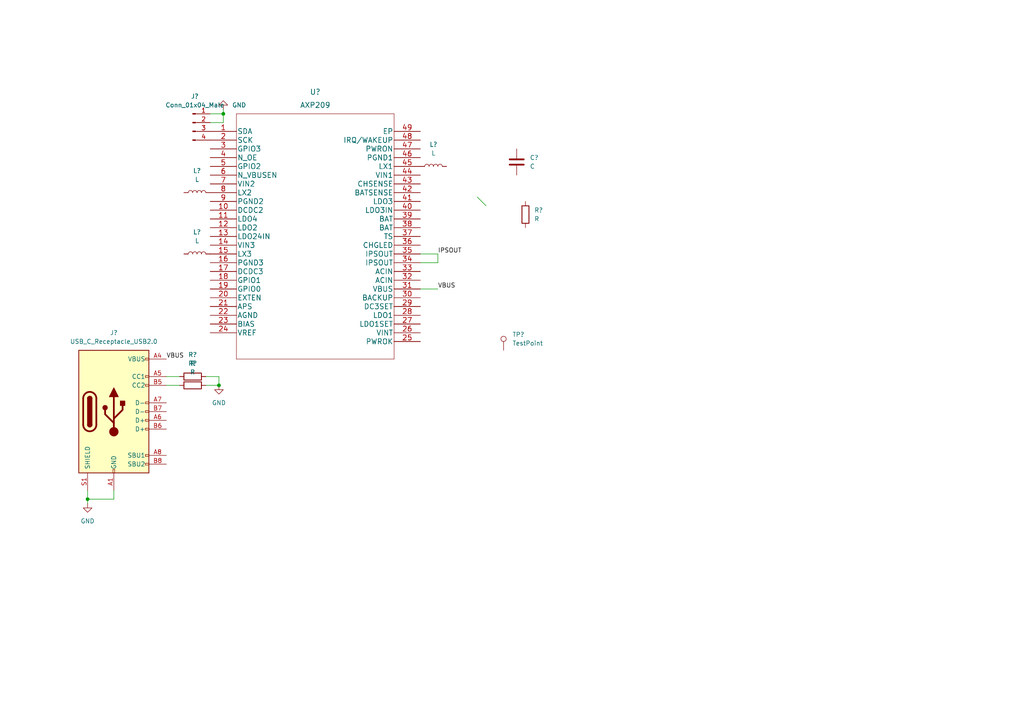
<source format=kicad_sch>
(kicad_sch (version 20211123) (generator eeschema)
  (paper "A4")
  (lib_symbols
    (symbol "Connector:Conn_01x04_Male" (pin_names (offset 1.016) hide)
      (property "Reference" "J" (at 0 5.08 0))
      (property "Value" "Conn_01x04_Male" (at 0 -7.62 0))
      (symbol "Conn_01x04_Male_1_1"
        (polyline (pts (xy 1.27 -5.08) (xy 0.8636 -5.08)) (stroke (width 0.1524)))
        (polyline (pts (xy 1.27 -2.54) (xy 0.8636 -2.54)) (stroke (width 0.1524)))
        (polyline (pts (xy 1.27 0) (xy 0.8636 0)) (stroke (width 0.1524)))
        (polyline (pts (xy 1.27 2.54) (xy 0.8636 2.54)) (stroke (width 0.1524)))
        (rectangle (start 0.8636 -4.953) (end 0 -5.207) (stroke (width 0.1524)) (fill (type outline)))
        (rectangle (start 0.8636 -2.413) (end 0 -2.667) (stroke (width 0.1524)) (fill (type outline)))
        (rectangle (start 0.8636 0.127) (end 0 -0.127) (stroke (width 0.1524)) (fill (type outline)))
        (rectangle (start 0.8636 2.667) (end 0 2.413) (stroke (width 0.1524)) (fill (type outline)))
        (pin passive line (at 5.08 2.54 180) (length 3.81) (name "Pin_1") (number "1"))
        (pin passive line (at 5.08 0 180) (length 3.81) (name "Pin_2") (number "2"))
        (pin passive line (at 5.08 -2.54 180) (length 3.81) (name "Pin_3") (number "3"))
        (pin passive line (at 5.08 -5.08 180) (length 3.81) (name "Pin_4") (number "4"))
      )
    )
    (symbol "Connector:TestPoint" (pin_numbers hide) (pin_names (offset 0.762) hide)
      (property "Reference" "TP" (at 0 6.858 0))
      (property "Value" "TestPoint" (at 0 5.08 0))
      (symbol "TestPoint_0_1"
        (circle (center 0 3.302) (radius 0.762))
      )
      (symbol "TestPoint_1_1"
        (pin passive line (at 0 0 90) (length 2.54) (name "1") (number "1"))
      )
    )
    (symbol "Connector:USB_C_Receptacle_USB2.0" (pin_names (offset 1.016))
      (property "Reference" "J" (at -10.16 19.05 0))
      (property "Value" "USB_C_Receptacle_USB2.0" (at 19.05 19.05 0))
      (symbol "USB_C_Receptacle_USB2.0_0_0"
        (rectangle (start -0.254 -17.78) (end 0.254 -16.764))
        (rectangle (start 10.16 -14.986) (end 9.144 -15.494))
        (rectangle (start 10.16 -12.446) (end 9.144 -12.954))
        (rectangle (start 10.16 -4.826) (end 9.144 -5.334))
        (rectangle (start 10.16 -2.286) (end 9.144 -2.794))
        (rectangle (start 10.16 0.254) (end 9.144 -0.254))
        (rectangle (start 10.16 2.794) (end 9.144 2.286))
        (rectangle (start 10.16 7.874) (end 9.144 7.366))
        (rectangle (start 10.16 10.414) (end 9.144 9.906))
        (rectangle (start 10.16 15.494) (end 9.144 14.986))
      )
      (symbol "USB_C_Receptacle_USB2.0_0_1"
        (rectangle (start -10.16 17.78) (end 10.16 -17.78) (stroke (width 0.254)) (fill (type background)))
        (arc (start -8.89 -3.81) (mid -6.985 -5.715) (end -5.08 -3.81) (stroke (width 0.508)))
        (arc (start -7.62 -3.81) (mid -6.985 -4.445) (end -6.35 -3.81) (stroke (width 0.254)))
        (arc (start -7.62 -3.81) (mid -6.985 -4.445) (end -6.35 -3.81) (stroke (width 0.254)) (fill (type outline)))
        (rectangle (start -7.62 -3.81) (end -6.35 3.81) (stroke (width 0.254)) (fill (type outline)))
        (arc (start -6.35 3.81) (mid -6.985 4.445) (end -7.62 3.81) (stroke (width 0.254)))
        (arc (start -6.35 3.81) (mid -6.985 4.445) (end -7.62 3.81) (stroke (width 0.254)) (fill (type outline)))
        (arc (start -5.08 3.81) (mid -6.985 5.715) (end -8.89 3.81) (stroke (width 0.508)))
        (circle (center -2.54 1.143) (radius 0.635) (stroke (width 0.254)) (fill (type outline)))
        (circle (center 0 -5.842) (radius 1.27) (fill (type outline)))
        (polyline (pts (xy -8.89 -3.81) (xy -8.89 3.81)) (stroke (width 0.508)))
        (polyline (pts (xy -5.08 3.81) (xy -5.08 -3.81)) (stroke (width 0.508)))
        (polyline (pts (xy 0 -5.842) (xy 0 4.318)) (stroke (width 0.508)))
        (polyline (pts (xy 0 -3.302) (xy -2.54 -0.762) (xy -2.54 0.508)) (stroke (width 0.508)))
        (polyline (pts (xy 0 -2.032) (xy 2.54 0.508) (xy 2.54 1.778)) (stroke (width 0.508)))
        (polyline (pts (xy -1.27 4.318) (xy 0 6.858) (xy 1.27 4.318) (xy -1.27 4.318)) (stroke (width 0.254)) (fill (type outline)))
        (rectangle (start 1.905 1.778) (end 3.175 3.048) (stroke (width 0.254)) (fill (type outline)))
      )
      (symbol "USB_C_Receptacle_USB2.0_1_1"
        (pin passive line (at 0 -22.86 90) (length 5.08) (name "GND") (number "A1"))
        (pin passive line (at 0 -22.86 90) (length 5.08) hide (name "GND") (number "A12"))
        (pin passive line (at 15.24 15.24 180) (length 5.08) (name "VBUS") (number "A4"))
        (pin bidirectional line (at 15.24 10.16 180) (length 5.08) (name "CC1") (number "A5"))
        (pin bidirectional line (at 15.24 -2.54 180) (length 5.08) (name "D+") (number "A6"))
        (pin bidirectional line (at 15.24 2.54 180) (length 5.08) (name "D-") (number "A7"))
        (pin bidirectional line (at 15.24 -12.7 180) (length 5.08) (name "SBU1") (number "A8"))
        (pin passive line (at 15.24 15.24 180) (length 5.08) hide (name "VBUS") (number "A9"))
        (pin passive line (at 0 -22.86 90) (length 5.08) hide (name "GND") (number "B1"))
        (pin passive line (at 0 -22.86 90) (length 5.08) hide (name "GND") (number "B12"))
        (pin passive line (at 15.24 15.24 180) (length 5.08) hide (name "VBUS") (number "B4"))
        (pin bidirectional line (at 15.24 7.62 180) (length 5.08) (name "CC2") (number "B5"))
        (pin bidirectional line (at 15.24 -5.08 180) (length 5.08) (name "D+") (number "B6"))
        (pin bidirectional line (at 15.24 0 180) (length 5.08) (name "D-") (number "B7"))
        (pin bidirectional line (at 15.24 -15.24 180) (length 5.08) (name "SBU2") (number "B8"))
        (pin passive line (at 15.24 15.24 180) (length 5.08) hide (name "VBUS") (number "B9"))
        (pin passive line (at -7.62 -22.86 90) (length 5.08) (name "SHIELD") (number "S1"))
      )
    )
    (symbol "Device:C" (pin_numbers hide) (pin_names (offset 0.254))
      (property "Reference" "C" (at 0.635 2.54 0))
      (property "Value" "C" (at 0.635 -2.54 0))
      (symbol "C_0_1"
        (polyline (pts (xy -2.032 -0.762) (xy 2.032 -0.762)) (stroke (width 0.508)))
        (polyline (pts (xy -2.032 0.762) (xy 2.032 0.762)) (stroke (width 0.508)))
      )
      (symbol "C_1_1"
        (pin passive line (at 0 3.81 270) (length 2.794) (name "~") (number "1"))
        (pin passive line (at 0 -3.81 90) (length 2.794) (name "~") (number "2"))
      )
    )
    (symbol "Device:L" (pin_numbers hide) (pin_names (offset 1.016) hide)
      (property "Reference" "L" (at -1.27 0 90))
      (property "Value" "L" (at 1.905 0 90))
      (symbol "L_0_1"
        (arc (start 0 -2.54) (mid 0.635 -1.905) (end 0 -1.27))
        (arc (start 0 -1.27) (mid 0.635 -0.635) (end 0 0))
        (arc (start 0 0) (mid 0.635 0.635) (end 0 1.27))
        (arc (start 0 1.27) (mid 0.635 1.905) (end 0 2.54))
      )
      (symbol "L_1_1"
        (pin passive line (at 0 3.81 270) (length 1.27) (name "1") (number "1"))
        (pin passive line (at 0 -3.81 90) (length 1.27) (name "2") (number "2"))
      )
    )
    (symbol "Device:R" (pin_numbers hide) (pin_names (offset 0))
      (property "Reference" "R" (at 2.032 0 90))
      (property "Value" "R" (at 0 0 90))
      (symbol "R_0_1"
        (rectangle (start -1.016 -2.54) (end 1.016 2.54) (stroke (width 0.254)))
      )
      (symbol "R_1_1"
        (pin passive line (at 0 3.81 270) (length 1.27) (name "~") (number "1"))
        (pin passive line (at 0 -3.81 90) (length 1.27) (name "~") (number "2"))
      )
    )
    (symbol "jlywxy:AXP209" (pin_names (offset 0.254))
      (property "Reference" "U" (at 30.48 10.16 0))
      (property "Value" "AXP209" (at 30.48 7.62 0))
      (symbol "AXP209_1_1"
        (polyline (pts (xy 7.62 -66.04) (xy 53.34 -66.04)) (stroke (width 0.127)))
        (polyline (pts (xy 7.62 5.08) (xy 7.62 -66.04)) (stroke (width 0.127)))
        (polyline (pts (xy 53.34 -66.04) (xy 53.34 5.08)) (stroke (width 0.127)))
        (polyline (pts (xy 53.34 5.08) (xy 7.62 5.08)) (stroke (width 0.127)))
        (pin bidirectional line (at 0 0 0) (length 7.62) (name "SDA") (number "1"))
        (pin input line (at 0 -22.86 0) (length 7.62) (name "DCDC2") (number "10"))
        (pin output line (at 0 -25.4 0) (length 7.62) (name "LDO4") (number "11"))
        (pin output line (at 0 -27.94 0) (length 7.62) (name "LDO2") (number "12"))
        (pin power_in line (at 0 -30.48 0) (length 7.62) (name "LDO24IN") (number "13"))
        (pin power_in line (at 0 -33.02 0) (length 7.62) (name "VIN3") (number "14"))
        (pin bidirectional line (at 0 -35.56 0) (length 7.62) (name "LX3") (number "15"))
        (pin power_in line (at 0 -38.1 0) (length 7.62) (name "PGND3") (number "16"))
        (pin input line (at 0 -40.64 0) (length 7.62) (name "DCDC3") (number "17"))
        (pin bidirectional line (at 0 -43.18 0) (length 7.62) (name "GPIO1") (number "18"))
        (pin bidirectional line (at 0 -45.72 0) (length 7.62) (name "GPIO0") (number "19"))
        (pin input line (at 0 -2.54 0) (length 7.62) (name "SCK") (number "2"))
        (pin output line (at 0 -48.26 0) (length 7.62) (name "EXTEN") (number "20"))
        (pin power_in line (at 0 -50.8 0) (length 7.62) (name "APS") (number "21"))
        (pin power_in line (at 0 -53.34 0) (length 7.62) (name "AGND") (number "22"))
        (pin bidirectional line (at 0 -55.88 0) (length 7.62) (name "BIAS") (number "23"))
        (pin output line (at 0 -58.42 0) (length 7.62) (name "VREF") (number "24"))
        (pin output line (at 60.96 -60.96 180) (length 7.62) (name "PWROK") (number "25"))
        (pin power_in line (at 60.96 -58.42 180) (length 7.62) (name "VINT") (number "26"))
        (pin input line (at 60.96 -55.88 180) (length 7.62) (name "LDO1SET") (number "27"))
        (pin output line (at 60.96 -53.34 180) (length 7.62) (name "LDO1") (number "28"))
        (pin input line (at 60.96 -50.8 180) (length 7.62) (name "DC3SET") (number "29"))
        (pin bidirectional line (at 0 -5.08 0) (length 7.62) (name "GPIO3") (number "3"))
        (pin bidirectional line (at 60.96 -48.26 180) (length 7.62) (name "BACKUP") (number "30"))
        (pin power_in line (at 60.96 -45.72 180) (length 7.62) (name "VBUS") (number "31"))
        (pin power_in line (at 60.96 -43.18 180) (length 7.62) (name "ACIN") (number "32"))
        (pin power_in line (at 60.96 -40.64 180) (length 7.62) (name "ACIN") (number "33"))
        (pin bidirectional line (at 60.96 -38.1 180) (length 7.62) (name "IPSOUT") (number "34"))
        (pin bidirectional line (at 60.96 -35.56 180) (length 7.62) (name "IPSOUT") (number "35"))
        (pin output line (at 60.96 -33.02 180) (length 7.62) (name "CHGLED") (number "36"))
        (pin input line (at 60.96 -30.48 180) (length 7.62) (name "TS") (number "37"))
        (pin power_in line (at 60.96 -27.94 180) (length 7.62) (name "BAT") (number "38"))
        (pin power_in line (at 60.96 -25.4 180) (length 7.62) (name "BAT") (number "39"))
        (pin input line (at 0 -7.62 0) (length 7.62) (name "N_OE") (number "4"))
        (pin output line (at 60.96 -22.86 180) (length 7.62) (name "LDO3IN") (number "40"))
        (pin input line (at 60.96 -20.32 180) (length 7.62) (name "LDO3") (number "41"))
        (pin input line (at 60.96 -17.78 180) (length 7.62) (name "BATSENSE") (number "42"))
        (pin output line (at 60.96 -15.24 180) (length 7.62) (name "CHSENSE") (number "43"))
        (pin power_in line (at 60.96 -12.7 180) (length 7.62) (name "VIN1") (number "44"))
        (pin bidirectional line (at 60.96 -10.16 180) (length 7.62) (name "LX1") (number "45"))
        (pin power_in line (at 60.96 -7.62 180) (length 7.62) (name "PGND1") (number "46"))
        (pin input line (at 60.96 -5.08 180) (length 7.62) (name "PWRON") (number "47"))
        (pin bidirectional line (at 60.96 -2.54 180) (length 7.62) (name "IRQ/WAKEUP") (number "48"))
        (pin power_in line (at 60.96 0 180) (length 7.62) (name "EP") (number "49"))
        (pin bidirectional line (at 0 -10.16 0) (length 7.62) (name "GPIO2") (number "5"))
        (pin input line (at 0 -12.7 0) (length 7.62) (name "N_VBUSEN") (number "6"))
        (pin power_in line (at 0 -15.24 0) (length 7.62) (name "VIN2") (number "7"))
        (pin bidirectional line (at 0 -17.78 0) (length 7.62) (name "LX2") (number "8"))
        (pin power_in line (at 0 -20.32 0) (length 7.62) (name "PGND2") (number "9"))
      )
    )
    (symbol "power:GND" (power) (pin_names (offset 0))
      (property "Value" "GND" (at 0 -3.81 0))
      (symbol "GND_0_1"
        (polyline (pts (xy 0 0) (xy 0 -1.27) (xy 1.27 -1.27) (xy 0 -2.54) (xy -1.27 -1.27) (xy 0 -1.27)))
      )
      (symbol "GND_1_1"
        (pin power_in line (at 0 0 270) (length 0) hide (name "GND") (number "1"))
      )
    )
  )
  (junction (at 63.5 111.76))
  (junction (at 64.77 33.02))
  (junction (at 25.4 144.78))
  (bus_entry (at 138.43 57.15) (size 2.54 2.54))
  (wire (pts (xy 64.77 31.75) (xy 64.77 33.02)))
  (wire (pts (xy 121.92 76.2) (xy 127 76.2)))
  (wire (pts (xy 64.77 33.02) (xy 64.77 35.56)))
  (wire (pts (xy 33.02 144.78) (xy 25.4 144.78)))
  (wire (pts (xy 60.96 33.02) (xy 64.77 33.02)))
  (wire (pts (xy 25.4 144.78) (xy 25.4 142.24)))
  (wire (pts (xy 59.69 109.22) (xy 63.5 109.22)))
  (wire (pts (xy 127 83.82) (xy 121.92 83.82)))
  (wire (pts (xy 25.4 146.05) (xy 25.4 144.78)))
  (wire (pts (xy 48.26 111.76) (xy 52.07 111.76)))
  (wire (pts (xy 63.5 109.22) (xy 63.5 111.76)))
  (wire (pts (xy 59.69 111.76) (xy 63.5 111.76)))
  (wire (pts (xy 121.92 73.66) (xy 127 73.66)))
  (wire (pts (xy 33.02 142.24) (xy 33.02 144.78)))
  (wire (pts (xy 48.26 109.22) (xy 52.07 109.22)))
  (wire (pts (xy 64.77 35.56) (xy 60.96 35.56)))
  (wire (pts (xy 127 76.2) (xy 127 73.66)))
  (label "VBUS" (at 48.26 104.14 0))
  (label "VBUS" (at 127 83.82 0))
  (label "IPSOUT" (at 127 73.66 0))
  (symbol (lib_id "power:GND") (at 25.4 146.05 0) (unit 1)
    (property "Reference" "#PWR?" (effects hide))
    (property "Value" "GND" (at 25.4 151.13 0))
  )
  (symbol (lib_id "Connector:TestPoint") (at 146.05 101.6 0) (unit 1)
    (property "Reference" "TP?" (at 148.59 97.0279 0) (effects (justify left)))
    (property "Value" "TestPoint" (at 148.59 99.5679 0) (effects (justify left)))
  )
  (symbol (lib_id "jlywxy:AXP209") (at 60.96 38.1 0) (unit 1)
    (property "Reference" "U?" (at 91.44 26.67 0) (effects (font (size 1.524 1.524))))
    (property "Value" "AXP209" (at 91.44 30.48 0) (effects (font (size 1.524 1.524))))
    (property "Footprint" "QFN48_XPW" (effects hide))
  )
  (symbol (lib_id "Device:L") (at 125.73 48.26 90) (unit 1)
    (property "Reference" "L?" (at 125.73 41.91 90))
    (property "Value" "L" (at 125.73 44.45 90))
    (property "Footprint" "Inductor_SMD:L_7.3x7.3_H3.5" (effects hide))
  )
  (symbol (lib_id "Device:L") (at 57.15 73.66 90) (unit 1)
    (property "Reference" "L?" (at 57.15 67.31 90))
    (property "Value" "L" (at 57.15 69.85 90))
    (property "Footprint" "Inductor_SMD:L_7.3x7.3_H3.5" (effects hide))
  )
  (symbol (lib_id "Device:R") (at 55.88 111.76 90) (unit 1)
    (property "Reference" "R?" (at 55.88 105.41 90))
    (property "Value" "R" (at 55.88 107.95 90))
    (property "Footprint" "Capacitor_SMD:C_0402_1005Metric" (effects hide))
  )
  (symbol (lib_id "power:GND") (at 64.77 31.75 180) (unit 1)
    (property "Reference" "#PWR?" (effects hide))
    (property "Value" "GND" (at 67.31 30.4799 0) (effects (justify right)))
  )
  (symbol (lib_id "Device:R") (at 152.4 62.23 0) (unit 1)
    (property "Reference" "R?" (at 154.94 60.9599 0) (effects (justify left)))
    (property "Value" "R" (at 154.94 63.4999 0) (effects (justify left)))
    (property "Footprint" "Capacitor_SMD:C_0402_1005Metric" (effects hide))
  )
  (symbol (lib_id "Device:C") (at 149.86 46.99 0) (unit 1)
    (property "Reference" "C?" (at 153.67 45.7199 0) (effects (justify left)))
    (property "Value" "C" (at 153.67 48.2599 0) (effects (justify left)))
    (property "Footprint" "Resistor_SMD:R_0402_1005Metric" (effects hide))
  )
  (symbol (lib_id "Device:L") (at 57.15 55.88 90) (unit 1)
    (property "Reference" "L?" (at 57.15 49.53 90))
    (property "Value" "L" (at 57.15 52.07 90))
    (property "Footprint" "Inductor_SMD:L_7.3x7.3_H3.5" (effects hide))
  )
  (symbol (lib_id "power:GND") (at 63.5 111.76 0) (unit 1)
    (property "Reference" "#PWR?" (effects hide))
    (property "Value" "GND" (at 63.5 116.84 0))
  )
  (symbol (lib_id "Device:R") (at 55.88 109.22 90) (unit 1)
    (property "Reference" "R?" (at 55.88 102.87 90))
    (property "Value" "R" (at 55.88 105.41 90))
    (property "Footprint" "Capacitor_SMD:C_0402_1005Metric" (effects hide))
  )
  (symbol (lib_id "Connector:USB_C_Receptacle_USB2.0") (at 33.02 119.38 0) (unit 1)
    (property "Reference" "J?" (at 33.02 96.52 0))
    (property "Value" "USB_C_Receptacle_USB2.0" (at 33.02 99.06 0))
    (property "Datasheet" "https://www.usb.org/sites/default/files/documents/usb_type-c.zip" (effects hide))
  )
  (symbol (lib_id "Connector:Conn_01x04_Male") (at 55.88 35.56 0) (unit 1)
    (property "Reference" "J?" (at 56.515 27.94 0))
    (property "Value" "Conn_01x04_Male" (at 56.515 30.48 0))
    (property "Footprint" "Connector_PinHeader_2.54mm:PinHeader_1x04_P2.54mm_Vertical" (effects hide))
  )
)
</source>
